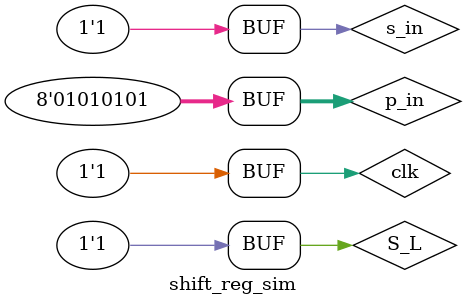
<source format=v>
`timescale 1ns / 1ps
module shift_reg_sim;
	reg clk;
	reg S_L;
	reg s_in;
	reg [7:0] p_in;
	wire [7:0] Q;
	
	shift_reg uut (
		.clk(clk), 
		.S_L(S_L), 
		.s_in(s_in), 
		.p_in(p_in), 
		.Q(Q)
	);

	initial begin
		clk = 0;
		S_L = 0;
		s_in = 0;
		p_in = 0;
		#100;
        
		S_L = 0;
		p_in = 0; #20;
		s_in = 1; #400;
		S_L = 1;
		s_in = 0;
		p_in = 8'b01010101; #100;
		s_in = 1; #500;
	end
	always begin
		clk = 0; #20;
		clk = 1; #20;
	end
endmodule


</source>
